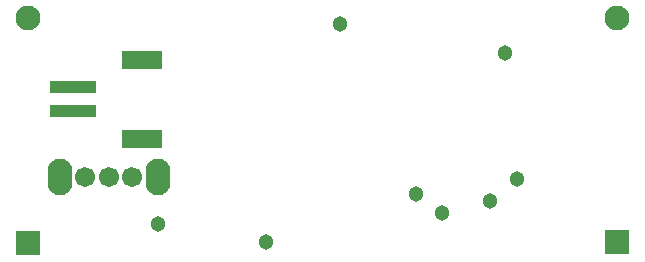
<source format=gbs>
G04 Layer: BottomSolderMaskLayer*
G04 EasyEDA v6.5.42, 2024-05-27 16:03:50*
G04 5a823164b2b14e8aa45e0a56d25f44cb,4b06660695a64fe3bf0f4e1e846abbee,10*
G04 Gerber Generator version 0.2*
G04 Scale: 100 percent, Rotated: No, Reflected: No *
G04 Dimensions in millimeters *
G04 leading zeros omitted , absolute positions ,4 integer and 5 decimal *
%FSLAX45Y45*%
%MOMM*%

%ADD10C,2.1016*%
%ADD11O,1.7015460000000002X1.7015968000000001*%
%ADD12O,2.101596X3.1015939999999995*%
%ADD13R,2.1016X2.1016*%
%ADD14R,3.9016X1.1016*%
%ADD15R,3.5016X1.6016*%
%ADD16C,1.3016*%

%LPD*%
D10*
G01*
X7495600.0Y4450899.00000D03*
D11*
G01*
X2990301.0Y3106300.00000D03*
G01*
X3390300.0Y3106300.00000D03*
G01*
X3190300.0Y3106300.00000D03*
D12*
G01*
X3605311.0Y3106300.00000D03*
G01*
X2775290.0Y3106300.00000D03*
D13*
G01*
X7495600.0Y2558599.00000D03*
D10*
G01*
X2504500.0Y4452499.00000D03*
D13*
G01*
X2504500.0Y2545899.00000D03*
D14*
G01*
X2885094.0Y3666699.00000D03*
G01*
X2885094.0Y3866699.00000D03*
D15*
G01*
X3470107.0Y4101699.00000D03*
G01*
X3470107.0Y3431698.00000D03*
D16*
G01*
X6009700.0Y2799899.00000D03*
G01*
X3609400.0Y2710999.00000D03*
G01*
X5146100.0Y4400099.00000D03*
G01*
X5793800.0Y2964999.00000D03*
G01*
X6416100.0Y2901499.00000D03*
G01*
X6644700.0Y3091999.00000D03*
G01*
X6543100.0Y4158799.00000D03*
G01*
X4523800.0Y2558599.00000D03*
M02*

</source>
